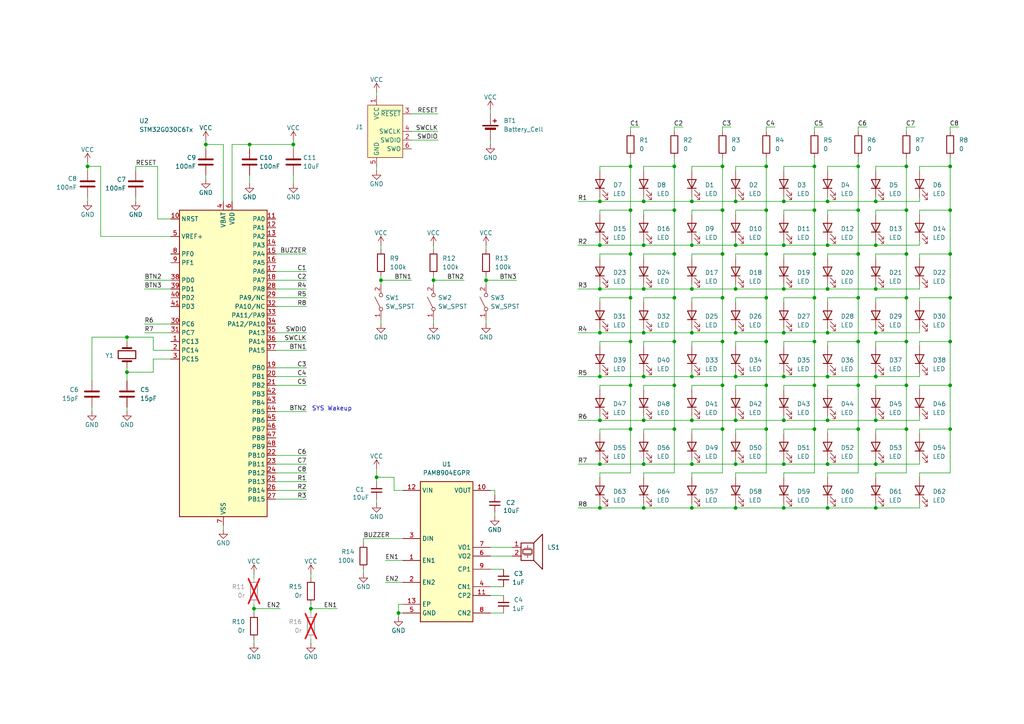
<source format=kicad_sch>
(kicad_sch (version 20231120) (generator "eeschema") (generator_version "8.0")
  (paper "A4")
  (junction (at 248.92 99.06))
  (junction (at 209.55 124.46))
  (junction (at 240.03 71.12))
  (junction (at 236.22 60.96))
  (junction (at 254 58.42))
  (junction (at 236.22 99.06))
  (junction (at 213.36 121.92))
  (junction (at 213.36 109.22))
  (junction (at 90.17 176.53))
  (junction (at 182.88 86.36))
  (junction (at 240.03 109.22))
  (junction (at 213.36 58.42))
  (junction (at 248.92 86.36))
  (junction (at 213.36 134.62))
  (junction (at 115.57 177.8))
  (junction (at 36.83 107.95))
  (junction (at 222.25 124.46))
  (junction (at 182.88 99.06))
  (junction (at 213.36 96.52))
  (junction (at 240.03 121.92))
  (junction (at 227.33 71.12))
  (junction (at 173.99 121.92))
  (junction (at 248.92 60.96))
  (junction (at 173.99 134.62))
  (junction (at 227.33 96.52))
  (junction (at 209.55 48.26))
  (junction (at 110.49 81.28))
  (junction (at 25.4 48.26))
  (junction (at 209.55 86.36))
  (junction (at 262.89 48.26))
  (junction (at 240.03 147.32))
  (junction (at 195.58 99.06))
  (junction (at 236.22 124.46))
  (junction (at 186.69 109.22))
  (junction (at 262.89 73.66))
  (junction (at 222.25 73.66))
  (junction (at 213.36 71.12))
  (junction (at 182.88 60.96))
  (junction (at 36.83 97.79))
  (junction (at 236.22 73.66))
  (junction (at 275.59 86.36))
  (junction (at 222.25 99.06))
  (junction (at 275.59 99.06))
  (junction (at 227.33 147.32))
  (junction (at 262.89 60.96))
  (junction (at 222.25 111.76))
  (junction (at 227.33 58.42))
  (junction (at 59.69 41.91))
  (junction (at 254 121.92))
  (junction (at 72.39 41.91))
  (junction (at 200.66 83.82))
  (junction (at 195.58 73.66))
  (junction (at 209.55 99.06))
  (junction (at 173.99 58.42))
  (junction (at 227.33 109.22))
  (junction (at 186.69 96.52))
  (junction (at 254 147.32))
  (junction (at 275.59 111.76))
  (junction (at 186.69 58.42))
  (junction (at 186.69 83.82))
  (junction (at 248.92 111.76))
  (junction (at 182.88 111.76))
  (junction (at 254 83.82))
  (junction (at 195.58 48.26))
  (junction (at 213.36 83.82))
  (junction (at 125.73 81.28))
  (junction (at 222.25 48.26))
  (junction (at 186.69 121.92))
  (junction (at 236.22 111.76))
  (junction (at 195.58 86.36))
  (junction (at 173.99 83.82))
  (junction (at 173.99 109.22))
  (junction (at 248.92 73.66))
  (junction (at 140.97 81.28))
  (junction (at 209.55 73.66))
  (junction (at 227.33 121.92))
  (junction (at 200.66 134.62))
  (junction (at 262.89 124.46))
  (junction (at 173.99 71.12))
  (junction (at 236.22 48.26))
  (junction (at 236.22 86.36))
  (junction (at 275.59 124.46))
  (junction (at 254 96.52))
  (junction (at 200.66 71.12))
  (junction (at 186.69 134.62))
  (junction (at 262.89 111.76))
  (junction (at 254 109.22))
  (junction (at 173.99 147.32))
  (junction (at 248.92 48.26))
  (junction (at 200.66 58.42))
  (junction (at 209.55 111.76))
  (junction (at 254 134.62))
  (junction (at 248.92 124.46))
  (junction (at 85.09 41.91))
  (junction (at 275.59 60.96))
  (junction (at 73.66 176.53))
  (junction (at 222.25 86.36))
  (junction (at 200.66 109.22))
  (junction (at 195.58 111.76))
  (junction (at 209.55 60.96))
  (junction (at 227.33 134.62))
  (junction (at 200.66 121.92))
  (junction (at 254 71.12))
  (junction (at 240.03 58.42))
  (junction (at 240.03 83.82))
  (junction (at 275.59 73.66))
  (junction (at 182.88 48.26))
  (junction (at 109.22 138.43))
  (junction (at 195.58 60.96))
  (junction (at 182.88 124.46))
  (junction (at 173.99 96.52))
  (junction (at 200.66 147.32))
  (junction (at 213.36 147.32))
  (junction (at 195.58 124.46))
  (junction (at 240.03 134.62))
  (junction (at 262.89 86.36))
  (junction (at 227.33 83.82))
  (junction (at 200.66 96.52))
  (junction (at 240.03 96.52))
  (junction (at 262.89 99.06))
  (junction (at 186.69 147.32))
  (junction (at 186.69 71.12))
  (junction (at 222.25 60.96))
  (junction (at 182.88 73.66))
  (junction (at 275.59 48.26))
  (wire (pts (xy 90.17 175.26) (xy 90.17 176.53)))
  (wire (pts (xy 39.37 49.53) (xy 39.37 48.26)))
  (wire (pts (xy 109.22 48.26) (xy 109.22 49.53)))
  (wire (pts (xy 240.03 62.23) (xy 240.03 60.96)))
  (wire (pts (xy 142.24 177.8) (xy 146.05 177.8)))
  (wire (pts (xy 140.97 71.12) (xy 140.97 72.39)))
  (wire (pts (xy 240.03 137.16) (xy 248.92 137.16)))
  (wire (pts (xy 213.36 96.52) (xy 227.33 96.52)))
  (wire (pts (xy 182.88 86.36) (xy 182.88 99.06)))
  (wire (pts (xy 240.03 120.65) (xy 240.03 121.92)))
  (wire (pts (xy 72.39 43.18) (xy 72.39 41.91)))
  (wire (pts (xy 173.99 124.46) (xy 182.88 124.46)))
  (wire (pts (xy 213.36 82.55) (xy 213.36 83.82)))
  (wire (pts (xy 200.66 96.52) (xy 213.36 96.52)))
  (wire (pts (xy 200.66 87.63) (xy 200.66 86.36)))
  (wire (pts (xy 200.66 86.36) (xy 209.55 86.36)))
  (wire (pts (xy 80.01 99.06) (xy 88.9 99.06)))
  (wire (pts (xy 186.69 57.15) (xy 186.69 58.42)))
  (wire (pts (xy 59.69 40.64) (xy 59.69 41.91)))
  (wire (pts (xy 110.49 71.12) (xy 110.49 72.39)))
  (wire (pts (xy 209.55 111.76) (xy 209.55 124.46)))
  (wire (pts (xy 227.33 96.52) (xy 240.03 96.52)))
  (wire (pts (xy 227.33 134.62) (xy 240.03 134.62)))
  (wire (pts (xy 49.53 104.14) (xy 44.45 104.14)))
  (wire (pts (xy 186.69 73.66) (xy 195.58 73.66)))
  (wire (pts (xy 236.22 45.72) (xy 236.22 48.26)))
  (wire (pts (xy 200.66 74.93) (xy 200.66 73.66)))
  (wire (pts (xy 195.58 45.72) (xy 195.58 48.26)))
  (wire (pts (xy 186.69 113.03) (xy 186.69 111.76)))
  (wire (pts (xy 182.88 99.06) (xy 182.88 111.76)))
  (wire (pts (xy 213.36 109.22) (xy 227.33 109.22)))
  (wire (pts (xy 240.03 48.26) (xy 248.92 48.26)))
  (wire (pts (xy 240.03 48.26) (xy 240.03 49.53)))
  (wire (pts (xy 227.33 87.63) (xy 227.33 86.36)))
  (wire (pts (xy 213.36 74.93) (xy 213.36 73.66)))
  (wire (pts (xy 44.45 101.6) (xy 49.53 101.6)))
  (wire (pts (xy 266.7 100.33) (xy 266.7 99.06)))
  (wire (pts (xy 195.58 73.66) (xy 195.58 86.36)))
  (wire (pts (xy 195.58 124.46) (xy 195.58 137.16)))
  (wire (pts (xy 222.25 36.83) (xy 224.79 36.83)))
  (wire (pts (xy 80.01 73.66) (xy 88.9 73.66)))
  (wire (pts (xy 110.49 81.28) (xy 119.38 81.28)))
  (wire (pts (xy 186.69 121.92) (xy 200.66 121.92)))
  (wire (pts (xy 254 146.05) (xy 254 147.32)))
  (wire (pts (xy 186.69 147.32) (xy 200.66 147.32)))
  (wire (pts (xy 240.03 125.73) (xy 240.03 124.46)))
  (wire (pts (xy 227.33 147.32) (xy 240.03 147.32)))
  (wire (pts (xy 167.64 96.52) (xy 173.99 96.52)))
  (wire (pts (xy 200.66 121.92) (xy 213.36 121.92)))
  (wire (pts (xy 44.45 97.79) (xy 44.45 101.6)))
  (wire (pts (xy 25.4 48.26) (xy 25.4 49.53)))
  (wire (pts (xy 142.24 170.18) (xy 146.05 170.18)))
  (wire (pts (xy 262.89 111.76) (xy 262.89 124.46)))
  (wire (pts (xy 200.66 133.35) (xy 200.66 134.62)))
  (wire (pts (xy 173.99 95.25) (xy 173.99 96.52)))
  (wire (pts (xy 182.88 36.83) (xy 182.88 38.1)))
  (wire (pts (xy 173.99 62.23) (xy 173.99 60.96)))
  (wire (pts (xy 262.89 60.96) (xy 262.89 73.66)))
  (wire (pts (xy 240.03 83.82) (xy 254 83.82)))
  (wire (pts (xy 213.36 99.06) (xy 222.25 99.06)))
  (wire (pts (xy 266.7 107.95) (xy 266.7 109.22)))
  (wire (pts (xy 186.69 125.73) (xy 186.69 124.46)))
  (wire (pts (xy 167.64 58.42) (xy 173.99 58.42)))
  (wire (pts (xy 109.22 26.67) (xy 109.22 27.94)))
  (wire (pts (xy 142.24 31.75) (xy 142.24 33.02)))
  (wire (pts (xy 167.64 83.82) (xy 173.99 83.82)))
  (wire (pts (xy 266.7 99.06) (xy 275.59 99.06)))
  (wire (pts (xy 266.7 62.23) (xy 266.7 60.96)))
  (wire (pts (xy 195.58 111.76) (xy 195.58 124.46)))
  (wire (pts (xy 36.83 97.79) (xy 44.45 97.79)))
  (wire (pts (xy 167.64 147.32) (xy 173.99 147.32)))
  (wire (pts (xy 240.03 121.92) (xy 254 121.92)))
  (wire (pts (xy 173.99 48.26) (xy 182.88 48.26)))
  (wire (pts (xy 275.59 36.83) (xy 278.13 36.83)))
  (wire (pts (xy 209.55 86.36) (xy 209.55 99.06)))
  (wire (pts (xy 213.36 71.12) (xy 227.33 71.12)))
  (wire (pts (xy 200.66 57.15) (xy 200.66 58.42)))
  (wire (pts (xy 248.92 48.26) (xy 248.92 60.96)))
  (wire (pts (xy 266.7 87.63) (xy 266.7 86.36)))
  (wire (pts (xy 213.36 48.26) (xy 222.25 48.26)))
  (wire (pts (xy 41.91 83.82) (xy 49.53 83.82)))
  (wire (pts (xy 275.59 48.26) (xy 275.59 60.96)))
  (wire (pts (xy 240.03 109.22) (xy 254 109.22)))
  (wire (pts (xy 209.55 36.83) (xy 209.55 38.1)))
  (wire (pts (xy 262.89 73.66) (xy 262.89 86.36)))
  (wire (pts (xy 186.69 99.06) (xy 195.58 99.06)))
  (wire (pts (xy 49.53 93.98) (xy 41.91 93.98)))
  (wire (pts (xy 209.55 45.72) (xy 209.55 48.26)))
  (wire (pts (xy 167.64 134.62) (xy 173.99 134.62)))
  (wire (pts (xy 173.99 147.32) (xy 186.69 147.32)))
  (wire (pts (xy 186.69 87.63) (xy 186.69 86.36)))
  (wire (pts (xy 64.77 152.4) (xy 64.77 153.67)))
  (wire (pts (xy 173.99 146.05) (xy 173.99 147.32)))
  (wire (pts (xy 240.03 138.43) (xy 240.03 137.16)))
  (wire (pts (xy 173.99 48.26) (xy 173.99 49.53)))
  (wire (pts (xy 236.22 99.06) (xy 236.22 111.76)))
  (wire (pts (xy 186.69 109.22) (xy 200.66 109.22)))
  (wire (pts (xy 80.01 137.16) (xy 88.9 137.16)))
  (wire (pts (xy 266.7 86.36) (xy 275.59 86.36)))
  (wire (pts (xy 227.33 107.95) (xy 227.33 109.22)))
  (wire (pts (xy 110.49 80.01) (xy 110.49 81.28)))
  (wire (pts (xy 186.69 58.42) (xy 200.66 58.42)))
  (wire (pts (xy 182.88 45.72) (xy 182.88 48.26)))
  (wire (pts (xy 167.64 121.92) (xy 173.99 121.92)))
  (wire (pts (xy 227.33 60.96) (xy 236.22 60.96)))
  (wire (pts (xy 200.66 82.55) (xy 200.66 83.82)))
  (wire (pts (xy 213.36 138.43) (xy 213.36 137.16)))
  (wire (pts (xy 73.66 175.26) (xy 73.66 176.53)))
  (wire (pts (xy 254 87.63) (xy 254 86.36)))
  (wire (pts (xy 227.33 121.92) (xy 240.03 121.92)))
  (wire (pts (xy 173.99 58.42) (xy 186.69 58.42)))
  (wire (pts (xy 200.66 107.95) (xy 200.66 109.22)))
  (wire (pts (xy 39.37 57.15) (xy 39.37 58.42)))
  (wire (pts (xy 186.69 96.52) (xy 200.66 96.52)))
  (wire (pts (xy 275.59 60.96) (xy 275.59 73.66)))
  (wire (pts (xy 266.7 113.03) (xy 266.7 111.76)))
  (wire (pts (xy 254 133.35) (xy 254 134.62)))
  (wire (pts (xy 80.01 88.9) (xy 88.9 88.9)))
  (wire (pts (xy 227.33 71.12) (xy 240.03 71.12)))
  (wire (pts (xy 200.66 58.42) (xy 213.36 58.42)))
  (wire (pts (xy 227.33 125.73) (xy 227.33 124.46)))
  (wire (pts (xy 254 107.95) (xy 254 109.22)))
  (wire (pts (xy 142.24 172.72) (xy 146.05 172.72)))
  (wire (pts (xy 262.89 36.83) (xy 262.89 38.1)))
  (wire (pts (xy 213.36 125.73) (xy 213.36 124.46)))
  (wire (pts (xy 266.7 120.65) (xy 266.7 121.92)))
  (wire (pts (xy 227.33 111.76) (xy 236.22 111.76)))
  (wire (pts (xy 26.67 118.11) (xy 26.67 119.38)))
  (wire (pts (xy 80.01 111.76) (xy 88.9 111.76)))
  (wire (pts (xy 254 48.26) (xy 262.89 48.26)))
  (wire (pts (xy 80.01 78.74) (xy 88.9 78.74)))
  (wire (pts (xy 227.33 100.33) (xy 227.33 99.06)))
  (wire (pts (xy 213.36 83.82) (xy 227.33 83.82)))
  (wire (pts (xy 125.73 80.01) (xy 125.73 81.28)))
  (wire (pts (xy 240.03 73.66) (xy 248.92 73.66)))
  (wire (pts (xy 227.33 58.42) (xy 240.03 58.42)))
  (wire (pts (xy 227.33 99.06) (xy 236.22 99.06)))
  (wire (pts (xy 195.58 60.96) (xy 195.58 73.66)))
  (wire (pts (xy 266.7 124.46) (xy 275.59 124.46)))
  (wire (pts (xy 240.03 113.03) (xy 240.03 111.76)))
  (wire (pts (xy 173.99 60.96) (xy 182.88 60.96)))
  (wire (pts (xy 59.69 50.8) (xy 59.69 52.07)))
  (wire (pts (xy 80.01 142.24) (xy 88.9 142.24)))
  (wire (pts (xy 275.59 73.66) (xy 275.59 86.36)))
  (wire (pts (xy 222.25 86.36) (xy 222.25 99.06)))
  (wire (pts (xy 213.36 73.66) (xy 222.25 73.66)))
  (wire (pts (xy 85.09 43.18) (xy 85.09 41.91)))
  (wire (pts (xy 173.99 109.22) (xy 186.69 109.22)))
  (wire (pts (xy 222.25 73.66) (xy 222.25 86.36)))
  (wire (pts (xy 275.59 86.36) (xy 275.59 99.06)))
  (wire (pts (xy 90.17 176.53) (xy 97.79 176.53)))
  (wire (pts (xy 266.7 125.73) (xy 266.7 124.46)))
  (wire (pts (xy 240.03 82.55) (xy 240.03 83.82)))
  (wire (pts (xy 200.66 120.65) (xy 200.66 121.92)))
  (wire (pts (xy 173.99 57.15) (xy 173.99 58.42)))
  (wire (pts (xy 41.91 81.28) (xy 49.53 81.28)))
  (wire (pts (xy 186.69 60.96) (xy 195.58 60.96)))
  (wire (pts (xy 173.99 86.36) (xy 182.88 86.36)))
  (wire (pts (xy 248.92 86.36) (xy 248.92 99.06)))
  (wire (pts (xy 182.88 48.26) (xy 182.88 60.96)))
  (wire (pts (xy 182.88 111.76) (xy 182.88 124.46)))
  (wire (pts (xy 115.57 175.26) (xy 115.57 177.8)))
  (wire (pts (xy 186.69 137.16) (xy 195.58 137.16)))
  (wire (pts (xy 266.7 95.25) (xy 266.7 96.52)))
  (wire (pts (xy 266.7 137.16) (xy 275.59 137.16)))
  (wire (pts (xy 114.3 142.24) (xy 116.84 142.24)))
  (wire (pts (xy 44.45 104.14) (xy 44.45 107.95)))
  (wire (pts (xy 142.24 40.64) (xy 142.24 41.91)))
  (wire (pts (xy 173.99 134.62) (xy 186.69 134.62)))
  (wire (pts (xy 173.99 83.82) (xy 186.69 83.82)))
  (wire (pts (xy 254 147.32) (xy 266.7 147.32)))
  (wire (pts (xy 254 120.65) (xy 254 121.92)))
  (wire (pts (xy 85.09 40.64) (xy 85.09 41.91)))
  (wire (pts (xy 186.69 100.33) (xy 186.69 99.06)))
  (wire (pts (xy 110.49 81.28) (xy 110.49 82.55)))
  (wire (pts (xy 248.92 124.46) (xy 248.92 137.16)))
  (wire (pts (xy 114.3 138.43) (xy 114.3 142.24)))
  (wire (pts (xy 209.55 124.46) (xy 209.55 137.16)))
  (wire (pts (xy 254 95.25) (xy 254 96.52)))
  (wire (pts (xy 200.66 111.76) (xy 209.55 111.76)))
  (wire (pts (xy 213.36 57.15) (xy 213.36 58.42)))
  (wire (pts (xy 213.36 58.42) (xy 227.33 58.42)))
  (wire (pts (xy 111.76 168.91) (xy 116.84 168.91)))
  (wire (pts (xy 213.36 111.76) (xy 222.25 111.76)))
  (wire (pts (xy 262.89 45.72) (xy 262.89 48.26)))
  (wire (pts (xy 200.66 60.96) (xy 209.55 60.96)))
  (wire (pts (xy 186.69 120.65) (xy 186.69 121.92)))
  (wire (pts (xy 80.01 139.7) (xy 88.9 139.7)))
  (wire (pts (xy 236.22 36.83) (xy 238.76 36.83)))
  (wire (pts (xy 213.36 146.05) (xy 213.36 147.32)))
  (wire (pts (xy 266.7 133.35) (xy 266.7 134.62)))
  (wire (pts (xy 125.73 92.71) (xy 125.73 93.98)))
  (wire (pts (xy 213.36 137.16) (xy 222.25 137.16)))
  (wire (pts (xy 240.03 107.95) (xy 240.03 109.22)))
  (wire (pts (xy 227.33 48.26) (xy 236.22 48.26)))
  (wire (pts (xy 105.41 156.21) (xy 105.41 157.48)))
  (wire (pts (xy 209.55 99.06) (xy 209.55 111.76)))
  (wire (pts (xy 186.69 48.26) (xy 186.69 49.53)))
  (wire (pts (xy 29.21 68.58) (xy 29.21 48.26)))
  (wire (pts (xy 195.58 99.06) (xy 195.58 111.76)))
  (wire (pts (xy 262.89 99.06) (xy 262.89 111.76)))
  (wire (pts (xy 140.97 80.01) (xy 140.97 81.28)))
  (wire (pts (xy 116.84 175.26) (xy 115.57 175.26)))
  (wire (pts (xy 186.69 124.46) (xy 195.58 124.46)))
  (wire (pts (xy 186.69 138.43) (xy 186.69 137.16)))
  (wire (pts (xy 173.99 121.92) (xy 186.69 121.92)))
  (wire (pts (xy 248.92 36.83) (xy 248.92 38.1)))
  (wire (pts (xy 266.7 57.15) (xy 266.7 58.42)))
  (wire (pts (xy 227.33 83.82) (xy 240.03 83.82)))
  (wire (pts (xy 222.25 99.06) (xy 222.25 111.76)))
  (wire (pts (xy 227.33 69.85) (xy 227.33 71.12)))
  (wire (pts (xy 36.83 110.49) (xy 36.83 107.95)))
  (wire (pts (xy 186.69 95.25) (xy 186.69 96.52)))
  (wire (pts (xy 227.33 120.65) (xy 227.33 121.92)))
  (wire (pts (xy 240.03 60.96) (xy 248.92 60.96)))
  (wire (pts (xy 236.22 124.46) (xy 236.22 137.16)))
  (wire (pts (xy 73.66 185.42) (xy 73.66 186.69)))
  (wire (pts (xy 173.99 137.16) (xy 182.88 137.16)))
  (wire (pts (xy 173.99 107.95) (xy 173.99 109.22)))
  (wire (pts (xy 254 134.62) (xy 266.7 134.62)))
  (wire (pts (xy 186.69 133.35) (xy 186.69 134.62)))
  (wire (pts (xy 173.99 113.03) (xy 173.99 111.76)))
  (wire (pts (xy 72.39 50.8) (xy 72.39 53.34)))
  (wire (pts (xy 173.99 74.93) (xy 173.99 73.66)))
  (wire (pts (xy 186.69 69.85) (xy 186.69 71.12)))
  (wire (pts (xy 275.59 36.83) (xy 275.59 38.1)))
  (wire (pts (xy 266.7 48.26) (xy 266.7 49.53)))
  (wire (pts (xy 49.53 96.52) (xy 41.91 96.52)))
  (wire (pts (xy 173.99 96.52) (xy 186.69 96.52)))
  (wire (pts (xy 240.03 86.36) (xy 248.92 86.36)))
  (wire (pts (xy 73.66 166.37) (xy 73.66 167.64)))
  (wire (pts (xy 275.59 99.06) (xy 275.59 111.76)))
  (wire (pts (xy 254 121.92) (xy 266.7 121.92)))
  (wire (pts (xy 186.69 74.93) (xy 186.69 73.66)))
  (wire (pts (xy 275.59 124.46) (xy 275.59 137.16)))
  (wire (pts (xy 213.36 48.26) (xy 213.36 49.53)))
  (wire (pts (xy 36.83 97.79) (xy 26.67 97.79)))
  (wire (pts (xy 186.69 107.95) (xy 186.69 109.22)))
  (wire (pts (xy 200.66 95.25) (xy 200.66 96.52)))
  (wire (pts (xy 262.89 48.26) (xy 262.89 60.96)))
  (wire (pts (xy 111.76 162.56) (xy 116.84 162.56)))
  (wire (pts (xy 266.7 146.05) (xy 266.7 147.32)))
  (wire (pts (xy 240.03 87.63) (xy 240.03 86.36)))
  (wire (pts (xy 105.41 165.1) (xy 105.41 166.37)))
  (wire (pts (xy 64.77 41.91) (xy 59.69 41.91)))
  (wire (pts (xy 227.33 73.66) (xy 236.22 73.66)))
  (wire (pts (xy 182.88 36.83) (xy 185.42 36.83)))
  (wire (pts (xy 200.66 62.23) (xy 200.66 60.96)))
  (wire (pts (xy 125.73 81.28) (xy 125.73 82.55)))
  (wire (pts (xy 140.97 81.28) (xy 140.97 82.55)))
  (wire (pts (xy 119.38 33.02) (xy 127 33.02)))
  (wire (pts (xy 167.64 71.12) (xy 173.99 71.12)))
  (wire (pts (xy 142.24 165.1) (xy 146.05 165.1)))
  (wire (pts (xy 142.24 142.24) (xy 143.51 142.24)))
  (wire (pts (xy 262.89 124.46) (xy 262.89 137.16)))
  (wire (pts (xy 140.97 81.28) (xy 149.86 81.28)))
  (wire (pts (xy 200.66 48.26) (xy 200.66 49.53)))
  (wire (pts (xy 227.33 95.25) (xy 227.33 96.52)))
  (wire (pts (xy 254 99.06) (xy 262.89 99.06)))
  (wire (pts (xy 80.01 144.78) (xy 88.9 144.78)))
  (wire (pts (xy 80.01 134.62) (xy 88.9 134.62)))
  (wire (pts (xy 227.33 62.23) (xy 227.33 60.96)))
  (wire (pts (xy 254 57.15) (xy 254 58.42)))
  (wire (pts (xy 186.69 111.76) (xy 195.58 111.76)))
  (wire (pts (xy 213.36 107.95) (xy 213.36 109.22)))
  (wire (pts (xy 240.03 134.62) (xy 254 134.62)))
  (wire (pts (xy 213.36 113.03) (xy 213.36 111.76)))
  (wire (pts (xy 119.38 40.64) (xy 127 40.64)))
  (wire (pts (xy 90.17 166.37) (xy 90.17 167.64)))
  (wire (pts (xy 115.57 177.8) (xy 115.57 179.07)))
  (wire (pts (xy 73.66 176.53) (xy 81.28 176.53)))
  (wire (pts (xy 213.36 134.62) (xy 227.33 134.62)))
  (wire (pts (xy 254 83.82) (xy 266.7 83.82)))
  (wire (pts (xy 236.22 60.96) (xy 236.22 73.66)))
  (wire (pts (xy 25.4 57.15) (xy 25.4 58.42)))
  (wire (pts (xy 254 69.85) (xy 254 71.12)))
  (wire (pts (xy 200.66 71.12) (xy 213.36 71.12)))
  (wire (pts (xy 266.7 60.96) (xy 275.59 60.96)))
  (wire (pts (xy 195.58 48.26) (xy 195.58 60.96)))
  (wire (pts (xy 80.01 83.82) (xy 88.9 83.82)))
  (wire (pts (xy 275.59 45.72) (xy 275.59 48.26)))
  (wire (pts (xy 200.66 147.32) (xy 213.36 147.32)))
  (wire (pts (xy 240.03 96.52) (xy 254 96.52)))
  (wire (pts (xy 248.92 45.72) (xy 248.92 48.26)))
  (wire (pts (xy 195.58 86.36) (xy 195.58 99.06)))
  (wire (pts (xy 200.66 146.05) (xy 200.66 147.32)))
  (wire (pts (xy 254 48.26) (xy 254 49.53)))
  (wire (pts (xy 80.01 86.36) (xy 88.9 86.36)))
  (wire (pts (xy 173.99 111.76) (xy 182.88 111.76)))
  (wire (pts (xy 262.89 86.36) (xy 262.89 99.06)))
  (wire (pts (xy 222.25 111.76) (xy 222.25 124.46)))
  (wire (pts (xy 254 60.96) (xy 262.89 60.96)))
  (wire (pts (xy 254 138.43) (xy 254 137.16)))
  (wire (pts (xy 266.7 138.43) (xy 266.7 137.16)))
  (wire (pts (xy 200.66 83.82) (xy 213.36 83.82)))
  (wire (pts (xy 213.36 100.33) (xy 213.36 99.06)))
  (wire (pts (xy 182.88 60.96) (xy 182.88 73.66)))
  (wire (pts (xy 227.33 82.55) (xy 227.33 83.82)))
  (wire (pts (xy 266.7 111.76) (xy 275.59 111.76)))
  (wire (pts (xy 195.58 36.83) (xy 195.58 38.1)))
  (wire (pts (xy 213.36 133.35) (xy 213.36 134.62)))
  (wire (pts (xy 59.69 41.91) (xy 59.69 43.18)))
  (wire (pts (xy 222.25 124.46) (xy 222.25 137.16)))
  (wire (pts (xy 125.73 81.28) (xy 134.62 81.28)))
  (wire (pts (xy 213.36 60.96) (xy 222.25 60.96)))
  (wire (pts (xy 213.36 87.63) (xy 213.36 86.36)))
  (wire (pts (xy 227.33 146.05) (xy 227.33 147.32)))
  (wire (pts (xy 213.36 95.25) (xy 213.36 96.52)))
  (wire (pts (xy 227.33 133.35) (xy 227.33 134.62)))
  (wire (pts (xy 236.22 86.36) (xy 236.22 99.06)))
  (wire (pts (xy 200.66 134.62) (xy 213.36 134.62)))
  (wire (pts (xy 143.51 142.24) (xy 143.51 143.51)))
  (wire (pts (xy 45.72 48.26) (xy 45.72 63.5)))
  (wire (pts (xy 140.97 92.71) (xy 140.97 93.98)))
  (wire (pts (xy 275.59 111.76) (xy 275.59 124.46)))
  (wire (pts (xy 186.69 134.62) (xy 200.66 134.62)))
  (wire (pts (xy 227.33 113.03) (xy 227.33 111.76)))
  (wire (pts (xy 236.22 48.26) (xy 236.22 60.96)))
  (wire (pts (xy 213.36 120.65) (xy 213.36 121.92)))
  (wire (pts (xy 266.7 74.93) (xy 266.7 73.66)))
  (wire (pts (xy 240.03 69.85) (xy 240.03 71.12)))
  (wire (pts (xy 173.99 99.06) (xy 182.88 99.06)))
  (wire (pts (xy 39.37 48.26) (xy 45.72 48.26)))
  (wire (pts (xy 227.33 109.22) (xy 240.03 109.22)))
  (wire (pts (xy 200.66 137.16) (xy 209.55 137.16)))
  (wire (pts (xy 213.36 147.32) (xy 227.33 147.32)))
  (wire (pts (xy 109.22 138.43) (xy 114.3 138.43)))
  (wire (pts (xy 236.22 36.83) (xy 236.22 38.1)))
  (wire (pts (xy 64.77 41.91) (xy 64.77 58.42)))
  (wire (pts (xy 26.67 97.79) (xy 26.67 110.49)))
  (wire (pts (xy 236.22 73.66) (xy 236.22 86.36)))
  (wire (pts (xy 227.33 48.26) (xy 227.33 49.53)))
  (wire (pts (xy 213.36 121.92) (xy 227.33 121.92)))
  (wire (pts (xy 105.41 156.21) (xy 116.84 156.21)))
  (wire (pts (xy 44.45 107.95) (xy 36.83 107.95)))
  (wire (pts (xy 222.25 48.26) (xy 222.25 60.96)))
  (wire (pts (xy 80.01 106.68) (xy 88.9 106.68)))
  (wire (pts (xy 254 113.03) (xy 254 111.76)))
  (wire (pts (xy 167.64 109.22) (xy 173.99 109.22)))
  (wire (pts (xy 227.33 138.43) (xy 227.33 137.16)))
  (wire (pts (xy 254 125.73) (xy 254 124.46)))
  (wire (pts (xy 186.69 82.55) (xy 186.69 83.82)))
  (wire (pts (xy 200.66 48.26) (xy 209.55 48.26)))
  (wire (pts (xy 36.83 99.06) (xy 36.83 97.79)))
  (wire (pts (xy 254 100.33) (xy 254 99.06)))
  (wire (pts (xy 209.55 48.26) (xy 209.55 60.96)))
  (wire (pts (xy 195.58 36.83) (xy 198.12 36.83)))
  (wire (pts (xy 142.24 161.29) (xy 148.59 161.29)))
  (wire (pts (xy 200.66 125.73) (xy 200.66 124.46)))
  (wire (pts (xy 227.33 124.46) (xy 236.22 124.46)))
  (wire (pts (xy 240.03 58.42) (xy 254 58.42)))
  (wire (pts (xy 110.49 92.71) (xy 110.49 93.98)))
  (wire (pts (xy 266.7 73.66) (xy 275.59 73.66)))
  (wire (pts (xy 227.33 74.93) (xy 227.33 73.66)))
  (wire (pts (xy 240.03 74.93) (xy 240.03 73.66)))
  (wire (pts (xy 173.99 133.35) (xy 173.99 134.62)))
  (wire (pts (xy 90.17 176.53) (xy 90.17 177.8)))
  (wire (pts (xy 254 111.76) (xy 262.89 111.76)))
  (wire (pts (xy 213.36 69.85) (xy 213.36 71.12)))
  (wire (pts (xy 173.99 120.65) (xy 173.99 121.92)))
  (wire (pts (xy 182.88 124.46) (xy 182.88 137.16)))
  (wire (pts (xy 262.89 36.83) (xy 265.43 36.83)))
  (wire (pts (xy 254 96.52) (xy 266.7 96.52)))
  (wire (pts (xy 173.99 87.63) (xy 173.99 86.36)))
  (wire (pts (xy 222.25 60.96) (xy 222.25 73.66)))
  (wire (pts (xy 80.01 101.6) (xy 88.9 101.6)))
  (wire (pts (xy 248.92 111.76) (xy 248.92 124.46)))
  (wire (pts (xy 143.51 148.59) (xy 143.51 149.86)))
  (wire (pts (xy 45.72 63.5) (xy 49.53 63.5)))
  (wire (pts (xy 186.69 71.12) (xy 200.66 71.12)))
  (wire (pts (xy 80.01 109.22) (xy 88.9 109.22)))
  (wire (pts (xy 240.03 111.76) (xy 248.92 111.76)))
  (wire (pts (xy 173.99 71.12) (xy 186.69 71.12)))
  (wire (pts (xy 266.7 82.55) (xy 266.7 83.82)))
  (wire (pts (xy 36.83 118.11) (xy 36.83 119.38)))
  (wire (pts (xy 240.03 95.25) (xy 240.03 96.52)))
  (wire (pts (xy 213.36 62.23) (xy 213.36 60.96)))
  (wire (pts (xy 209.55 36.83) (xy 212.09 36.83)))
  (wire (pts (xy 248.92 73.66) (xy 248.92 86.36)))
  (wire (pts (xy 200.66 100.33) (xy 200.66 99.06)))
  (wire (pts (xy 248.92 36.83) (xy 251.46 36.83)))
  (wire (pts (xy 254 73.66) (xy 262.89 73.66)))
  (wire (pts (xy 240.03 146.05) (xy 240.03 147.32)))
  (wire (pts (xy 119.38 38.1) (xy 127 38.1)))
  (wire (pts (xy 29.21 48.26) (xy 25.4 48.26)))
  (wire (pts (xy 25.4 46.99) (xy 25.4 48.26)))
  (wire (pts (xy 240.03 57.15) (xy 240.03 58.42)))
  (wire (pts (xy 200.66 138.43) (xy 200.66 137.16)))
  (wire (pts (xy 227.33 57.15) (xy 227.33 58.42)))
  (wire (pts (xy 200.66 69.85) (xy 200.66 71.12)))
  (wire (pts (xy 200.66 73.66) (xy 209.55 73.66)))
  (wire (pts (xy 200.66 99.06) (xy 209.55 99.06)))
  (wire (pts (xy 240.03 71.12) (xy 254 71.12)))
  (wire (pts (xy 173.99 69.85) (xy 173.99 71.12)))
  (wire (pts (xy 236.22 111.76) (xy 236.22 124.46)))
  (wire (pts (xy 266.7 48.26) (xy 275.59 48.26)))
  (wire (pts (xy 80.01 96.52) (xy 88.9 96.52)))
  (wire (pts (xy 49.53 68.58) (xy 29.21 68.58)))
  (wire (pts (xy 173.99 138.43) (xy 173.99 137.16)))
  (wire (pts (xy 227.33 86.36) (xy 236.22 86.36)))
  (wire (pts (xy 182.88 73.66) (xy 182.88 86.36)))
  (wire (pts (xy 109.22 135.89) (xy 109.22 138.43)))
  (wire (pts (xy 67.31 41.91) (xy 67.31 58.42)))
  (wire (pts (xy 173.99 82.55) (xy 173.99 83.82)))
  (wire (pts (xy 173.99 73.66) (xy 182.88 73.66)))
  (wire (pts (xy 254 62.23) (xy 254 60.96)))
  (wire (pts (xy 85.09 41.91) (xy 72.39 41.91)))
  (wire (pts (xy 240.03 124.46) (xy 248.92 124.46)))
  (wire (pts (xy 222.25 36.83) (xy 222.25 38.1)))
  (wire (pts (xy 227.33 137.16) (xy 236.22 137.16)))
  (wire (pts (xy 186.69 146.05) (xy 186.69 147.32)))
  (wire (pts (xy 88.9 119.38) (xy 80.01 119.38)))
  (wire (pts (xy 115.57 177.8) (xy 116.84 177.8)))
  (wire (pts (xy 213.36 124.46) (xy 222.25 124.46)))
  (wire (pts (xy 36.83 107.95) (xy 36.83 106.68)))
  (wire (pts (xy 200.66 109.22) (xy 213.36 109.22)))
  (wire (pts (xy 266.7 69.85) (xy 266.7 71.12)))
  (wire (pts (xy 248.92 99.06) (xy 248.92 111.76)))
  (wire (pts (xy 240.03 99.06) (xy 248.92 99.06)))
  (wire (pts (xy 142.24 158.75) (xy 148.59 158.75)))
  (wire (pts (xy 200.66 113.03) (xy 200.66 111.76)))
  (wire (pts (xy 186.69 62.23) (xy 186.69 60.96)))
  (wire (pts (xy 254 109.22) (xy 266.7 109.22)))
  (wire (pts (xy 209.55 73.66) (xy 209.55 86.36)))
  (wire (pts (xy 186.69 83.82) (xy 200.66 83.82)))
  (wire (pts (xy 200.66 124.46) (xy 209.55 124.46)))
  (wire (pts (xy 73.66 176.53) (xy 73.66 177.8)))
  (wire (pts (xy 80.01 81.28) (xy 88.9 81.28)))
  (wire (pts (xy 90.17 185.42) (xy 90.17 186.69)))
  (wire (pts (xy 125.73 71.12) (xy 125.73 72.39)))
  (wire (pts (xy 254 58.42) (xy 266.7 58.42)))
  (wire (pts (xy 186.69 86.36) (xy 195.58 86.36)))
  (wire (pts (xy 240.03 100.33) (xy 240.03 99.06)))
  (wire (pts (xy 209.55 60.96) (xy 209.55 73.66)))
  (wire (pts (xy 240.03 147.32) (xy 254 147.32)))
  (wire (pts (xy 173.99 100.33) (xy 173.99 99.06)))
  (wire (pts (xy 109.22 139.7) (xy 109.22 138.43)))
  (wire (pts (xy 72.39 41.91) (xy 67.31 41.91)))
  (wire (pts (xy 248.92 60.96) (xy 248.92 73.66)))
  (wire (pts (xy 254 124.46) (xy 262.89 124.46)))
  (wire (pts (xy 222.25 45.72) (xy 222.25 48.26)))
  (wire (pts (xy 254 71.12) (xy 266.7 71.12)))
  (wire (pts (xy 213.36 86.36) (xy 222.25 86.36)))
  (wire (pts (xy 85.09 50.8) (xy 85.09 53.34)))
  (wire (pts (xy 254 82.55) (xy 254 83.82)))
  (wire (pts (xy 186.69 48.26) (xy 195.58 48.26)))
  (wire (pts (xy 254 86.36) (xy 262.89 86.36)))
  (wire (pts (xy 254 74.93) (xy 254 73.66)))
  (wire (pts (xy 109.22 144.78) (xy 109.22 146.05)))
  (wire (pts (xy 80.01 132.08) (xy 88.9 132.08)))
  (wire (pts (xy 240.03 133.35) (xy 240.03 134.62)))
  (wire (pts (xy 254 137.16) (xy 262.89 137.16)))
  (wire (pts (xy 173.99 125.73) (xy 173.99 124.46)))
  (text "SYS Wakeup" (at 96.266 118.618 0) (effects (font (size 1.27 1.27))))
  (label "R5" (at 167.64 109.22 0))
  (label "RESET" (at 127 33.02 180))
  (label "C5" (at 238.76 36.83 180))
  (label "R6" (at 167.64 121.92 0))
  (label "BTN1" (at 88.9 101.6 180))
  (label "BTN2" (at 88.9 119.38 180))
  (label "BTN2" (at 41.91 81.28 0))
  (label "EN1" (at 111.76 162.56 0))
  (label "R1" (at 167.64 58.42 0))
  (label "EN1" (at 97.79 176.53 180))
  (label "C2" (at 198.12 36.83 180))
  (label "C7" (at 265.43 36.83 180))
  (label "R1" (at 88.9 139.7 180))
  (label "R3" (at 167.64 83.82 0))
  (label "EN2" (at 81.28 176.53 180))
  (label "BTN1" (at 119.38 81.28 180))
  (label "BUZZER" (at 88.9 73.66 180))
  (label "BTN2" (at 134.62 81.28 180))
  (label "R3" (at 88.9 144.78 180))
  (label "R2" (at 167.64 71.12 0))
  (label "SWCLK" (at 88.9 99.06 180))
  (label "C8" (at 278.13 36.83 180))
  (label "BTN3" (at 149.86 81.28 180))
  (label "SWDIO" (at 127 40.64 180))
  (label "C7" (at 88.9 134.62 180))
  (label "R4" (at 167.64 96.52 0))
  (label "R8" (at 88.9 88.9 180))
  (label "R2" (at 88.9 142.24 180))
  (label "C8" (at 88.9 137.16 180))
  (label "BUZZER" (at 105.41 156.21 0))
  (label "BTN3" (at 41.91 83.82 0))
  (label "C6" (at 88.9 132.08 180))
  (label "R7" (at 41.91 96.52 0))
  (label "C4" (at 88.9 109.22 180))
  (label "C1" (at 185.42 36.83 180))
  (label "C1" (at 88.9 78.74 180))
  (label "RESET" (at 39.37 48.26 0))
  (label "R5" (at 88.9 86.36 180))
  (label "R7" (at 167.64 134.62 0))
  (label "R8" (at 167.64 147.32 0))
  (label "SWCLK" (at 127 38.1 180))
  (label "C3" (at 212.09 36.83 180))
  (label "C6" (at 251.46 36.83 180))
  (label "C5" (at 88.9 111.76 180))
  (label "C4" (at 224.79 36.83 180))
  (label "R6" (at 41.91 93.98 0))
  (label "C3" (at 88.9 106.68 180))
  (label "SWDIO" (at 88.9 96.52 180))
  (label "EN2" (at 111.76 168.91 0))
  (label "C2" (at 88.9 81.28 180))
  (label "R4" (at 88.9 83.82 180))
  (symbol (lib_id "Device:LED") (at 227.33 78.74 90) (unit 1)
    (property "Reference" "D19" (at 231.14 79.0574 90) (effects (justify right)))
    (property "Value" "LED" (at 231.14 81.5974 90) (effects (justify right)))
    (property "Footprint" "LED_SMD:LED_0805_2012Metric" (effects (hide yes)))
    (property "Description" "Light emitting diode" (effects (hide yes)))
  )
  (symbol (lib_id "power:VCC") (at 25.4 46.99 0) (unit 1)
    (property "Reference" "#PWR02" (effects (hide yes)))
    (property "Value" "VCC" (at 25.4 43.434 0))
    (property "Description" "Power symbol creates a global label with name \"VCC\"" (effects (hide yes)))
  )
  (symbol (lib_id "power:GND") (at 109.22 49.53 0) (unit 1)
    (property "Reference" "#PWR011" (effects (hide yes)))
    (property "Value" "GND" (at 109.22 53.34 0))
  )
  (symbol (lib_id "power:GND") (at 140.97 93.98 0) (unit 1)
    (property "Reference" "#PWR018" (effects (hide yes)))
    (property "Value" "GND" (at 140.97 97.79 0))
  )
  (symbol (lib_id "Device:LED") (at 266.7 142.24 90) (unit 1)
    (property "Reference" "D62" (at 270.51 142.5574 90) (effects (justify right)))
    (property "Value" "LED" (at 270.51 145.0974 90) (effects (justify right)))
    (property "Footprint" "LED_SMD:LED_0805_2012Metric" (effects (hide yes)))
    (property "Description" "Light emitting diode" (effects (hide yes)))
  )
  (symbol (lib_id "power:VCC") (at 73.66 166.37 0) (unit 1)
    (property "Reference" "#PWR013" (effects (hide yes)))
    (property "Value" "VCC" (at 73.66 162.814 0))
    (property "Description" "Power symbol creates a global label with name \"VCC\"" (effects (hide yes)))
  )
  (symbol (lib_id "Device:LED") (at 200.66 129.54 90) (unit 1)
    (property "Reference" "D49" (at 204.47 129.8574 90) (effects (justify right)))
    (property "Value" "LED" (at 204.47 132.3974 90) (effects (justify right)))
    (property "Footprint" "LED_SMD:LED_0805_2012Metric" (effects (hide yes)))
    (property "Description" "Light emitting diode" (effects (hide yes)))
  )
  (symbol (lib_id "Device:R") (at 90.17 171.45 0) (mirror y) (unit 1)
    (property "Reference" "R15" (at 87.63 170.1799 0) (effects (justify left)))
    (property "Value" "0r" (at 87.63 172.7199 0) (effects (justify left)))
    (property "Footprint" "Resistor_SMD:R_0402_1005Metric" (effects (hide yes)))
    (property "Description" "Resistor" (effects (hide yes)))
  )
  (symbol (lib_id "Device:LED") (at 254 53.34 90) (unit 1)
    (property "Reference" "D5" (at 257.81 53.6574 90) (effects (justify right)))
    (property "Value" "LED" (at 257.81 56.1974 90) (effects (justify right)))
    (property "Footprint" "LED_SMD:LED_0805_2012Metric" (effects (hide yes)))
    (property "Description" "Light emitting diode" (effects (hide yes)))
  )
  (symbol (lib_id "Device:LED") (at 266.7 104.14 90) (unit 1)
    (property "Reference" "D38" (at 270.51 104.4574 90) (effects (justify right)))
    (property "Value" "LED" (at 270.51 106.9974 90) (effects (justify right)))
    (property "Footprint" "LED_SMD:LED_0805_2012Metric" (effects (hide yes)))
    (property "Description" "Light emitting diode" (effects (hide yes)))
  )
  (symbol (lib_id "Device:R") (at 275.59 41.91 0) (unit 1)
    (property "Reference" "R8" (at 278.13 40.6399 0) (effects (justify left)))
    (property "Value" "0" (at 278.13 43.1799 0) (effects (justify left)))
    (property "Footprint" "Resistor_SMD:R_0402_1005Metric" (effects (hide yes)))
    (property "Description" "Resistor" (effects (hide yes)))
  )
  (symbol (lib_id "Device:C") (at 26.67 114.3 0) (mirror y) (unit 1)
    (property "Reference" "C6" (at 22.86 113.0299 0) (effects (justify left)))
    (property "Value" "15pF" (at 22.86 115.5699 0) (effects (justify left)))
    (property "Footprint" "Capacitor_SMD:C_0402_1005Metric" (effects (hide yes)))
    (property "Description" "Unpolarized capacitor" (effects (hide yes)))
  )
  (symbol (lib_id "Switch:SW_SPST") (at 110.49 87.63 90) (unit 1)
    (property "Reference" "SW1" (at 111.76 86.3599 90) (effects (justify right)))
    (property "Value" "SW_SPST" (at 111.76 88.8999 90) (effects (justify right)))
    (property "Footprint" "EN_Designs-Footprints:KH-6X6X5H-STM" (effects (hide yes)))
    (property "Description" "Single Pole Single Throw (SPST) switch" (effects (hide yes)))
  )
  (symbol (lib_id "Device:C_Small") (at 143.51 146.05 0) (mirror x) (unit 1)
    (property "Reference" "C2" (at 148.082 145.796 0))
    (property "Value" "10uF" (at 148.336 148.082 0))
    (property "Footprint" "Capacitor_SMD:C_0603_1608Metric" (effects (hide yes)))
    (property "Description" "Unpolarized capacitor, small symbol" (effects (hide yes)))
    (property "Voltage" "10V" (effects (hide yes)))
    (property "V" "16V" (effects (hide yes)))
  )
  (symbol (lib_id "Device:LED") (at 186.69 142.24 90) (unit 1)
    (property "Reference" "D64" (at 190.5 142.5574 90) (effects (justify right)))
    (property "Value" "LED" (at 190.5 145.0974 90) (effects (justify right)))
    (property "Footprint" "LED_SMD:LED_0805_2012Metric" (effects (hide yes)))
    (property "Description" "Light emitting diode" (effects (hide yes)))
  )
  (symbol (lib_id "Device:LED") (at 200.66 91.44 90) (unit 1)
    (property "Reference" "D25" (at 204.47 91.7574 90) (effects (justify right)))
    (property "Value" "LED" (at 204.47 94.2974 90) (effects (justify right)))
    (property "Footprint" "LED_SMD:LED_0805_2012Metric" (effects (hide yes)))
    (property "Description" "Light emitting diode" (effects (hide yes)))
  )
  (symbol (lib_id "Device:LED") (at 213.36 129.54 90) (unit 1)
    (property "Reference" "D50" (at 217.17 129.8574 90) (effects (justify right)))
    (property "Value" "LED" (at 217.17 132.3974 90) (effects (justify right)))
    (property "Footprint" "LED_SMD:LED_0805_2012Metric" (effects (hide yes)))
    (property "Description" "Light emitting diode" (effects (hide yes)))
  )
  (symbol (lib_id "Device:LED") (at 213.36 66.04 90) (unit 1)
    (property "Reference" "D10" (at 217.17 66.3574 90) (effects (justify right)))
    (property "Value" "LED" (at 217.17 68.8974 90) (effects (justify right)))
    (property "Footprint" "LED_SMD:LED_0805_2012Metric" (effects (hide yes)))
    (property "Description" "Light emitting diode" (effects (hide yes)))
  )
  (symbol (lib_id "power:VCC") (at 142.24 31.75 0) (unit 1)
    (property "Reference" "#PWR027" (effects (hide yes)))
    (property "Value" "VCC" (at 142.24 28.194 0))
    (property "Description" "Power symbol creates a global label with name \"VCC\"" (effects (hide yes)))
  )
  (symbol (lib_id "Device:LED") (at 186.69 116.84 90) (unit 1)
    (property "Reference" "D48" (at 190.5 117.1574 90) (effects (justify right)))
    (property "Value" "LED" (at 190.5 119.6974 90) (effects (justify right)))
    (property "Footprint" "LED_SMD:LED_0805_2012Metric" (effects (hide yes)))
    (property "Description" "Light emitting diode" (effects (hide yes)))
  )
  (symbol (lib_id "Device:LED") (at 173.99 66.04 90) (unit 1)
    (property "Reference" "D15" (at 177.8 66.3574 90) (effects (justify right)))
    (property "Value" "LED" (at 177.8 68.8974 90) (effects (justify right)))
    (property "Footprint" "LED_SMD:LED_0805_2012Metric" (effects (hide yes)))
    (property "Description" "Light emitting diode" (effects (hide yes)))
  )
  (symbol (lib_id "Device:C") (at 85.09 46.99 0) (unit 1)
    (property "Reference" "C11" (at 87.884 45.72 0) (effects (justify left)))
    (property "Value" "10uF" (at 87.884 48.26 0) (effects (justify left)))
    (property "Footprint" "Capacitor_SMD:C_0603_1608Metric" (effects (hide yes)))
    (property "Description" "Unpolarized capacitor" (effects (hide yes)))
  )
  (symbol (lib_id "Device:C_Small") (at 146.05 167.64 0) (mirror x) (unit 1)
    (property "Reference" "C3" (at 150.368 166.37 0))
    (property "Value" "1uF" (at 150.368 168.91 0))
    (property "Footprint" "Capacitor_SMD:C_0603_1608Metric" (effects (hide yes)))
    (property "Description" "Unpolarized capacitor, small symbol" (effects (hide yes)))
    (property "Voltage" "10V" (effects (hide yes)))
  )
  (symbol (lib_id "Device:R") (at 182.88 41.91 0) (unit 1)
    (property "Reference" "R1" (at 185.42 40.6399 0) (effects (justify left)))
    (property "Value" "0" (at 185.42 43.1799 0) (effects (justify left)))
    (property "Footprint" "Resistor_SMD:R_0402_1005Metric" (effects (hide yes)))
    (property "Description" "Resistor" (effects (hide yes)))
  )
  (symbol (lib_id "Device:LED") (at 173.99 104.14 90) (unit 1)
    (property "Reference" "D39" (at 177.8 104.4574 90) (effects (justify right)))
    (property "Value" "LED" (at 177.8 106.9974 90) (effects (justify right)))
    (property "Footprint" "LED_SMD:LED_0805_2012Metric" (effects (hide yes)))
    (property "Description" "Light emitting diode" (effects (hide yes)))
  )
  (symbol (lib_id "Device:LED") (at 240.03 66.04 90) (unit 1)
    (property "Reference" "D12" (at 243.84 66.3574 90) (effects (justify right)))
    (property "Value" "LED" (at 243.84 68.8974 90) (effects (justify right)))
    (property "Footprint" "LED_SMD:LED_0805_2012Metric" (effects (hide yes)))
    (property "Description" "Light emitting diode" (effects (hide yes)))
  )
  (symbol (lib_id "Device:LED") (at 266.7 116.84 90) (unit 1)
    (property "Reference" "D46" (at 270.51 117.1574 90) (effects (justify right)))
    (property "Value" "LED" (at 270.51 119.6974 90) (effects (justify right)))
    (property "Footprint" "LED_SMD:LED_0805_2012Metric" (effects (hide yes)))
    (property "Description" "Light emitting diode" (effects (hide yes)))
  )
  (symbol (lib_id "Device:LED") (at 227.33 142.24 90) (unit 1)
    (property "Reference" "D59" (at 231.14 142.5574 90) (effects (justify right)))
    (property "Value" "LED" (at 231.14 145.0974 90) (effects (justify right)))
    (property "Footprint" "LED_SMD:LED_0805_2012Metric" (effects (hide yes)))
    (property "Description" "Light emitting diode" (effects (hide yes)))
  )
  (symbol (lib_id "Device:R") (at 195.58 41.91 0) (unit 1)
    (property "Reference" "R2" (at 198.12 40.6399 0) (effects (justify left)))
    (property "Value" "0" (at 198.12 43.1799 0) (effects (justify left)))
    (property "Footprint" "Resistor_SMD:R_0402_1005Metric" (effects (hide yes)))
    (property "Description" "Resistor" (effects (hide yes)))
  )
  (symbol (lib_id "Device:LED") (at 213.36 142.24 90) (unit 1)
    (property "Reference" "D58" (at 217.17 142.5574 90) (effects (justify right)))
    (property "Value" "LED" (at 217.17 145.0974 90) (effects (justify right)))
    (property "Footprint" "LED_SMD:LED_0805_2012Metric" (effects (hide yes)))
    (property "Description" "Light emitting diode" (effects (hide yes)))
  )
  (symbol (lib_id "power:GND") (at 143.51 149.86 0) (unit 1)
    (property "Reference" "#PWR05" (effects (hide yes)))
    (property "Value" "GND" (at 143.51 153.67 0))
    (property "Description" "Power symbol creates a global label with name \"GND\" , ground" (effects (hide yes)))
  )
  (symbol (lib_id "Device:R") (at 73.66 181.61 0) (mirror y) (unit 1)
    (property "Reference" "R10" (at 71.12 180.3399 0) (effects (justify left)))
    (property "Value" "0r" (at 71.12 182.8799 0) (effects (justify left)))
    (property "Footprint" "Resistor_SMD:R_0402_1005Metric" (effects (hide yes)))
    (property "Description" "Resistor" (effects (hide yes)))
  )
  (symbol (lib_id "Device:LED") (at 254 66.04 90) (unit 1)
    (property "Reference" "D13" (at 257.81 66.3574 90) (effects (justify right)))
    (property "Value" "LED" (at 257.81 68.8974 90) (effects (justify right)))
    (property "Footprint" "LED_SMD:LED_0805_2012Metric" (effects (hide yes)))
    (property "Description" "Light emitting diode" (effects (hide yes)))
  )
  (symbol (lib_id "power:GND") (at 72.39 53.34 0) (mirror y) (unit 1)
    (property "Reference" "#PWR024" (effects (hide yes)))
    (property "Value" "GND" (at 72.39 57.15 0))
  )
  (symbol (lib_id "Device:LED") (at 254 129.54 90) (unit 1)
    (property "Reference" "D53" (at 257.81 129.8574 90) (effects (justify right)))
    (property "Value" "LED" (at 257.81 132.3974 90) (effects (justify right)))
    (property "Footprint" "LED_SMD:LED_0805_2012Metric" (effects (hide yes)))
    (property "Description" "Light emitting diode" (effects (hide yes)))
  )
  (symbol (lib_id "Device:LED") (at 173.99 53.34 90) (unit 1)
    (property "Reference" "D7" (at 177.8 53.6574 90) (effects (justify right)))
    (property "Value" "LED" (at 177.8 56.1974 90) (effects (justify right)))
    (property "Footprint" "LED_SMD:LED_0805_2012Metric" (effects (hide yes)))
    (property "Description" "Light emitting diode" (effects (hide yes)))
  )
  (symbol (lib_id "power:GND") (at 26.67 119.38 0) (unit 1)
    (property "Reference" "#PWR019" (effects (hide yes)))
    (property "Value" "GND" (at 26.67 123.19 0))
  )
  (symbol (lib_id "power:VCC") (at 140.97 71.12 0) (unit 1)
    (property "Reference" "#PWR017" (effects (hide yes)))
    (property "Value" "VCC" (at 140.97 67.564 0))
    (property "Description" "Power symbol creates a global label with name \"VCC\"" (effects (hide yes)))
  )
  (symbol (lib_id "Device:LED") (at 240.03 129.54 90) (unit 1)
    (property "Reference" "D52" (at 243.84 129.8574 90) (effects (justify right)))
    (property "Value" "LED" (at 243.84 132.3974 90) (effects (justify right)))
    (property "Footprint" "LED_SMD:LED_0805_2012Metric" (effects (hide yes)))
    (property "Description" "Light emitting diode" (effects (hide yes)))
  )
  (symbol (lib_id "Device:LED") (at 254 116.84 90) (unit 1)
    (property "Reference" "D45" (at 257.81 117.1574 90) (effects (justify right)))
    (property "Value" "LED" (at 257.81 119.6974 90) (effects (justify right)))
    (property "Footprint" "LED_SMD:LED_0805_2012Metric" (effects (hide yes)))
    (property "Description" "Light emitting diode" (effects (hide yes)))
  )
  (symbol (lib_id "power:GND") (at 85.09 53.34 0) (mirror y) (unit 1)
    (property "Reference" "#PWR025" (effects (hide yes)))
    (property "Value" "GND" (at 85.09 57.15 0))
  )
  (symbol (lib_id "power:VCC") (at 109.22 26.67 0) (unit 1)
    (property "Reference" "#PWR08" (effects (hide yes)))
    (property "Value" "VCC" (at 109.22 23.114 0))
    (property "Description" "Power symbol creates a global label with name \"VCC\"" (effects (hide yes)))
  )
  (symbol (lib_id "Device:LED") (at 254 78.74 90) (unit 1)
    (property "Reference" "D21" (at 257.81 79.0574 90) (effects (justify right)))
    (property "Value" "LED" (at 257.81 81.5974 90) (effects (justify right)))
    (property "Footprint" "LED_SMD:LED_0805_2012Metric" (effects (hide yes)))
    (property "Description" "Light emitting diode" (effects (hide yes)))
  )
  (symbol (lib_id "power:GND") (at 115.57 179.07 0) (unit 1)
    (property "Reference" "#PWR07" (effects (hide yes)))
    (property "Value" "GND" (at 115.57 182.88 0))
  )
  (symbol (lib_id "power:VCC") (at 125.73 71.12 0) (unit 1)
    (property "Reference" "#PWR015" (effects (hide yes)))
    (property "Value" "VCC" (at 125.73 67.564 0))
    (property "Description" "Power symbol creates a global label with name \"VCC\"" (effects (hide yes)))
  )
  (symbol (lib_id "Device:C_Small") (at 109.22 142.24 180) (unit 1)
    (property "Reference" "C1" (at 104.394 141.986 0))
    (property "Value" "10uF" (at 104.648 144.272 0))
    (property "Footprint" "Capacitor_SMD:C_0603_1608Metric" (effects (hide yes)))
    (property "Description" "Unpolarized capacitor, small symbol" (effects (hide yes)))
    (property "Voltage" "10V" (effects (hide yes)))
    (property "V" "16V" (effects (hide yes)))
  )
  (symbol (lib_id "Device:LED") (at 254 104.14 90) (unit 1)
    (property "Reference" "D37" (at 257.81 104.4574 90) (effects (justify right)))
    (property "Value" "LED" (at 257.81 106.9974 90) (effects (justify right)))
    (property "Footprint" "LED_SMD:LED_0805_2012Metric" (effects (hide yes)))
    (property "Description" "Light emitting diode" (effects (hide yes)))
  )
  (symbol (lib_id "MCU_ST_STM32G0:STM32G030C6Tx") (at 64.77 106.68 0) (unit 1)
    (property "Reference" "U2" (at 40.386 35.052 0) (effects (justify left)))
    (property "Value" "STM32G030C6Tx" (at 40.386 37.592 0) (effects (justify left)))
    (property "Footprint" "Package_QFP:LQFP-48_7x7mm_P0.5mm" (effects (hide yes)))
    (property "Datasheet" "https://www.st.com/resource/en/datasheet/stm32g030c6.pdf" (effects (hide yes)))
    (property "Description" "STMicroelectronics Arm Cortex-M0+ MCU, 32KB flash, 8KB RAM, 64 MHz, 2.0-3.6V, 43 GPIO, LQFP48" (effects (hide yes)))
  )
  (symbol (lib_id "Device:LED") (at 200.66 53.34 90) (unit 1)
    (property "Reference" "D1" (at 204.47 53.6574 90) (effects (justify right)))
    (property "Value" "LED" (at 204.47 56.1974 90) (effects (justify right)))
    (property "Footprint" "LED_SMD:LED_0805_2012Metric" (effects (hide yes)))
    (property "Description" "Light emitting diode" (effects (hide yes)))
  )
  (symbol (lib_id "power:GND") (at 110.49 93.98 0) (unit 1)
    (property "Reference" "#PWR012" (effects (hide yes)))
    (property "Value" "GND" (at 110.49 97.79 0))
  )
  (symbol (lib_id "power:GND") (at 90.17 186.69 0) (unit 1)
    (property "Reference" "#PWR031" (effects (hide yes)))
    (property "Value" "GND" (at 90.17 190.5 0))
  )
  (symbol (lib_id "Device:LED") (at 213.36 53.34 90) (unit 1)
    (property "Reference" "D2" (at 217.17 53.6574 90) (effects (justify right)))
    (property "Value" "LED" (at 217.17 56.1974 90) (effects (justify right)))
    (property "Footprint" "LED_SMD:LED_0805_2012Metric" (effects (hide yes)))
    (property "Description" "Light emitting diode" (effects (hide yes)))
  )
  (symbol (lib_id "Device:LED") (at 213.36 91.44 90) (unit 1)
    (property "Reference" "D26" (at 217.17 91.7574 90) (effects (justify right)))
    (property "Value" "LED" (at 217.17 94.2974 90) (effects (justify right)))
    (property "Footprint" "LED_SMD:LED_0805_2012Metric" (effects (hide yes)))
    (property "Description" "Light emitting diode" (effects (hide yes)))
  )
  (symbol (lib_id "Device:R") (at 248.92 41.91 0) (unit 1)
    (property "Reference" "R6" (at 251.46 40.6399 0) (effects (justify left)))
    (property "Value" "0" (at 251.46 43.1799 0) (effects (justify left)))
    (property "Footprint" "Resistor_SMD:R_0402_1005Metric" (effects (hide yes)))
    (property "Description" "Resistor" (effects (hide yes)))
  )
  (symbol (lib_id "power:VCC") (at 85.09 40.64 0) (unit 1)
    (property "Reference" "#PWR026" (effects (hide yes)))
    (property "Value" "VCC" (at 85.09 37.084 0))
    (property "Description" "Power symbol creates a global label with name \"VCC\"" (effects (hide yes)))
  )
  (symbol (lib_id "power:GND") (at 105.41 166.37 0) (unit 1)
    (property "Reference" "#PWR029" (effects (hide yes)))
    (property "Value" "GND" (at 105.41 170.18 0))
  )
  (symbol (lib_id "Device:R") (at 222.25 41.91 0) (unit 1)
    (property "Reference" "R4" (at 224.79 40.6399 0) (effects (justify left)))
    (property "Value" "0" (at 224.79 43.1799 0) (effects (justify left)))
    (property "Footprint" "Resistor_SMD:R_0402_1005Metric" (effects (hide yes)))
    (property "Description" "Resistor" (effects (hide yes)))
  )
  (symbol (lib_id "Device:C") (at 36.83 114.3 0) (unit 1)
    (property "Reference" "C5" (at 40.64 113.0299 0) (effects (justify left)))
    (property "Value" "15pF" (at 40.64 115.5699 0) (effects (justify left)))
    (property "Footprint" "Capacitor_SMD:C_0402_1005Metric" (effects (hide yes)))
    (property "Description" "Unpolarized capacitor" (effects (hide yes)))
  )
  (symbol (lib_id "EN_Designs-Symbols:PAM8904EGPR") (at 129.54 160.02 0) (unit 1)
    (property "Reference" "U1" (at 129.54 134.62 0))
    (property "Value" "PAM8904EGPR" (at 129.54 137.16 0))
    (property "Footprint" "EN_Designs-Footprints:QFN50P300X300X100-13N" (effects (hide yes)))
    (property "Datasheet" "https://www.diodes.com//assets/Datasheets/PAM8904E.pdf" (effects (hide yes)))
    (property "Description" "Audio Amplifiers Audio High Volt" (effects (hide yes)))
    (property "Manufacturer_Name" "Diodes Incorporated" (effects (hide yes)))
    (property "Manufacturer_Part_Number" "PAM8904EGPR" (effects (hide yes)))
  )
  (symbol (lib_id "Device:R") (at 209.55 41.91 0) (unit 1)
    (property "Reference" "R3" (at 212.09 40.6399 0) (effects (justify left)))
    (property "Value" "0" (at 212.09 43.1799 0) (effects (justify left)))
    (property "Footprint" "Resistor_SMD:R_0402_1005Metric" (effects (hide yes)))
    (property "Description" "Resistor" (effects (hide yes)))
  )
  (symbol (lib_id "Device:C") (at 39.37 53.34 0) (mirror y) (unit 1)
    (property "Reference" "C7" (at 36.576 52.07 0) (effects (justify left)))
    (property "Value" "100nF" (at 36.576 54.61 0) (effects (justify left)))
    (property "Footprint" "Capacitor_SMD:C_0402_1005Metric" (effects (hide yes)))
    (property "Description" "Unpolarized capacitor" (effects (hide yes)))
  )
  (symbol (lib_id "Device:LED") (at 186.69 91.44 90) (unit 1)
    (property "Reference" "D32" (at 190.5 91.7574 90) (effects (justify right)))
    (property "Value" "LED" (at 190.5 94.2974 90) (effects (justify right)))
    (property "Footprint" "LED_SMD:LED_0805_2012Metric" (effects (hide yes)))
    (property "Description" "Light emitting diode" (effects (hide yes)))
  )
  (symbol (lib_id "power:VCC") (at 109.22 135.89 0) (unit 1)
    (property "Reference" "#PWR03" (effects (hide yes)))
    (property "Value" "VCC" (at 109.22 132.334 0))
    (property "Description" "Power symbol creates a global label with name \"VCC\"" (effects (hide yes)))
  )
  (symbol (lib_id "Device:LED") (at 213.36 78.74 90) (unit 1)
    (property "Reference" "D18" (at 217.17 79.0574 90) (effects (justify right)))
    (property "Value" "LED" (at 217.17 81.5974 90) (effects (justify right)))
    (property "Footprint" "LED_SMD:LED_0805_2012Metric" (effects (hide yes)))
    (property "Description" "Light emitting diode" (effects (hide yes)))
  )
  (symbol (lib_id "power:GND") (at 125.73 93.98 0) (unit 1)
    (property "Reference" "#PWR016" (effects (hide yes)))
    (property "Value" "GND" (at 125.73 97.79 0))
  )
  (symbol (lib_id "power:GND") (at 73.66 186.69 0) (unit 1)
    (property "Reference" "#PWR014" (effects (hide yes)))
    (property "Value" "GND" (at 73.66 190.5 0))
  )
  (symbol (lib_id "Device:R") (at 73.66 171.45 0) (mirror y) (unit 1) (dnp yes)
    (property "Reference" "R11" (at 71.12 170.1799 0) (effects (justify left)))
    (property "Value" "0r" (at 71.12 172.7199 0) (effects (justify left)))
    (property "Footprint" "Resistor_SMD:R_0402_1005Metric" (effects (hide yes)))
    (property "Description" "Resistor" (effects (hide yes)))
  )
  (symbol (lib_id "Device:R") (at 105.41 161.29 0) (mirror y) (unit 1)
    (property "Reference" "R14" (at 102.87 160.0199 0) (effects (justify left)))
    (property "Value" "100k" (at 102.87 162.5599 0) (effects (justify left)))
    (property "Footprint" "Resistor_SMD:R_0402_1005Metric" (effects (hide yes)))
    (property "Description" "Resistor" (effects (hide yes)))
  )
  (symbol (lib_id "power:GND") (at 142.24 41.91 0) (mirror y) (unit 1)
    (property "Reference" "#PWR028" (effects (hide yes)))
    (property "Value" "GND" (at 142.24 45.72 0))
  )
  (symbol (lib_id "power:VCC") (at 110.49 71.12 0) (unit 1)
    (property "Reference" "#PWR09" (effects (hide yes)))
    (property "Value" "VCC" (at 110.49 67.564 0))
    (property "Description" "Power symbol creates a global label with name \"VCC\"" (effects (hide yes)))
  )
  (symbol (lib_id "Device:C") (at 25.4 53.34 0) (mirror y) (unit 1)
    (property "Reference" "C8" (at 22.352 51.816 0) (effects (justify left)))
    (property "Value" "100nF" (at 22.352 54.356 0) (effects (justify left)))
    (property "Footprint" "Capacitor_SMD:C_0402_1005Metric" (effects (hide yes)))
    (property "Description" "Unpolarized capacitor" (effects (hide yes)))
  )
  (symbol (lib_id "Device:LED") (at 240.03 78.74 90) (unit 1)
    (property "Reference" "D20" (at 243.84 79.0574 90) (effects (justify right)))
    (property "Value" "LED" (at 243.84 81.5974 90) (effects (justify right)))
    (property "Footprint" "LED_SMD:LED_0805_2012Metric" (effects (hide yes)))
    (property "Description" "Light emitting diode" (effects (hide yes)))
  )
  (symbol (lib_id "power:GND") (at 59.69 52.07 0) (unit 1)
    (property "Reference" "#PWR023" (effects (hide yes)))
    (property "Value" "GND" (at 59.69 55.88 0))
  )
  (symbol (lib_id "Device:LED") (at 186.69 66.04 90) (unit 1)
    (property "Reference" "D16" (at 190.5 66.3574 90) (effects (justify right)))
    (property "Value" "LED" (at 190.5 68.8974 90) (effects (justify right)))
    (property "Footprint" "LED_SMD:LED_0805_2012Metric" (effects (hide yes)))
    (property "Description" "Light emitting diode" (effects (hide yes)))
  )
  (symbol (lib_id "Device:LED") (at 227.33 104.14 90) (unit 1)
    (property "Reference" "D35" (at 231.14 104.4574 90) (effects (justify right)))
    (property "Value" "LED" (at 231.14 106.9974 90) (effects (justify right)))
    (property "Footprint" "LED_SMD:LED_0805_2012Metric" (effects (hide yes)))
    (property "Description" "Light emitting diode" (effects (hide yes)))
  )
  (symbol (lib_id "Device:LED") (at 266.7 53.34 90) (unit 1)
    (property "Reference" "D6" (at 270.51 53.6574 90) (effects (justify right)))
    (property "Value" "LED" (at 270.51 56.1974 90) (effects (justify right)))
    (property "Footprint" "LED_SMD:LED_0805_2012Metric" (effects (hide yes)))
    (property "Description" "Light emitting diode" (effects (hide yes)))
  )
  (symbol (lib_id "Device:LED") (at 200.66 142.24 90) (unit 1)
    (property "Reference" "D57" (at 204.47 142.5574 90) (effects (justify right)))
    (property "Value" "LED" (at 204.47 145.0974 90) (effects (justify right)))
    (property "Footprint" "LED_SMD:LED_0805_2012Metric" (effects (hide yes)))
    (property "Description" "Light emitting diode" (effects (hide yes)))
  )
  (symbol (lib_id "Device:C") (at 59.69 46.99 0) (mirror y) (unit 1)
    (property "Reference" "C9" (at 56.896 45.72 0) (effects (justify left)))
    (property "Value" "100nF" (at 56.896 48.26 0) (effects (justify left)))
    (property "Footprint" "Capacitor_SMD:C_0402_1005Metric" (effects (hide yes)))
    (property "Description" "Unpolarized capacitor" (effects (hide yes)))
  )
  (symbol (lib_id "Device:Speaker_Crystal") (at 153.67 158.75 0) (unit 1)
    (property "Reference" "LS1" (at 158.75 158.7499 0) (effects (justify left)))
    (property "Value" "Speaker_Crystal" (effects (hide yes)))
    (property "Footprint" "EN_Designs-Footprints:FUET-1230" (effects (hide yes)))
    (property "Description" "Crystal speaker/transducer" (effects (hide yes)))
  )
  (symbol (lib_id "Device:LED") (at 213.36 104.14 90) (unit 1)
    (property "Reference" "D34" (at 217.17 104.4574 90) (effects (justify right)))
    (property "Value" "LED" (at 217.17 106.9974 90) (effects (justify right)))
    (property "Footprint" "LED_SMD:LED_0805_2012Metric" (effects (hide yes)))
    (property "Description" "Light emitting diode" (effects (hide yes)))
  )
  (symbol (lib_id "Device:Battery_Cell") (at 142.24 38.1 0) (unit 1)
    (property "Reference" "BT1" (at 146.05 34.9884 0) (effects (justify left)))
    (property "Value" "Battery_Cell" (at 146.05 37.5284 0) (effects (justify left)))
    (property "Footprint" "EN_Designs-Footprints:CR2032-BS-6-1" (effects (hide yes)))
    (property "Description" "Single-cell battery" (effects (hide yes)))
  )
  (symbol (lib_id "Device:R") (at 110.49 76.2 0) (unit 1)
    (property "Reference" "R9" (at 113.03 74.9299 0) (effects (justify left)))
    (property "Value" "100k" (at 113.03 77.4699 0) (effects (justify left)))
    (property "Footprint" "Resistor_SMD:R_0402_1005Metric" (effects (hide yes)))
    (property "Description" "Resistor" (effects (hide yes)))
  )
  (symbol (lib_id "Device:LED") (at 240.03 53.34 90) (unit 1)
    (property "Reference" "D4" (at 243.84 53.6574 90) (effects (justify right)))
    (property "Value" "LED" (at 243.84 56.1974 90) (effects (justify right)))
    (property "Footprint" "LED_SMD:LED_0805_2012Metric" (effects (hide yes)))
    (property "Description" "Light emitting diode" (effects (hide yes)))
  )
  (symbol (lib_id "Device:LED") (at 200.66 104.14 90) (unit 1)
    (property "Reference" "D33" (at 204.47 104.4574 90) (effects (justify right)))
    (property "Value" "LED" (at 204.47 106.9974 90) (effects (justify right)))
    (property "Footprint" "LED_SMD:LED_0805_2012Metric" (effects (hide yes)))
    (property "Description" "Light emitting diode" (effects (hide yes)))
  )
  (symbol (lib_id "Device:LED") (at 186.69 104.14 90) (unit 1)
    (property "Reference" "D40" (at 190.5 104.4574 90) (effects (justify right)))
    (property "Value" "LED" (at 190.5 106.9974 90) (effects (justify right)))
    (property "Footprint" "LED_SMD:LED_0805_2012Metric" (effects (hide yes)))
    (property "Description" "Light emitting diode" (effects (hide yes)))
  )
  (symbol (lib_id "Device:LED") (at 200.66 116.84 90) (unit 1)
    (property "Reference" "D41" (at 204.47 117.1574 90) (effects (justify right)))
    (property "Value" "LED" (at 204.47 119.6974 90) (effects (justify right)))
    (property "Footprint" "LED_SMD:LED_0805_2012Metric" (effects (hide yes)))
    (property "Description" "Light emitting diode" (effects (hide yes)))
  )
  (symbol (lib_id "Device:LED") (at 227.33 91.44 90) (unit 1)
    (property "Reference" "D27" (at 231.14 91.7574 90) (effects (justify right)))
    (property "Value" "LED" (at 231.14 94.2974 90) (effects (justify right)))
    (property "Footprint" "LED_SMD:LED_0805_2012Metric" (effects (hide yes)))
    (property "Description" "Light emitting diode" (effects (hide yes)))
  )
  (symbol (lib_id "Device:LED") (at 227.33 53.34 90) (unit 1)
    (property "Reference" "D3" (at 231.14 53.6574 90) (effects (justify right)))
    (property "Value" "LED" (at 231.14 56.1974 90) (effects (justify right)))
    (property "Footprint" "LED_SMD:LED_0805_2012Metric" (effects (hide yes)))
    (property "Description" "Light emitting diode" (effects (hide yes)))
  )
  (symbol (lib_id "power:GND") (at 25.4 58.42 0) (unit 1)
    (property "Reference" "#PWR022" (effects (hide yes)))
    (property "Value" "GND" (at 25.4 62.23 0))
  )
  (symbol (lib_id "Device:LED") (at 240.03 142.24 90) (unit 1)
    (property "Reference" "D60" (at 243.84 142.5574 90) (effects (justify right)))
    (property "Value" "LED" (at 243.84 145.0974 90) (effects (justify right)))
    (property "Footprint" "LED_SMD:LED_0805_2012Metric" (effects (hide yes)))
    (property "Description" "Light emitting diode" (effects (hide yes)))
  )
  (symbol (lib_id "Device:LED") (at 266.7 66.04 90) (unit 1)
    (property "Reference" "D14" (at 270.51 66.3574 90) (effects (justify right)))
    (property "Value" "LED" (at 270.51 68.8974 90) (effects (justify right)))
    (property "Footprint" "LED_SMD:LED_0805_2012Metric" (effects (hide yes)))
    (property "Description" "Light emitting diode" (effects (hide yes)))
  )
  (symbol (lib_id "Device:LED") (at 186.69 53.34 90) (unit 1)
    (property "Reference" "D8" (at 190.5 53.6574 90) (effects (justify right)))
    (property "Value" "LED" (at 190.5 56.1974 90) (effects (justify right)))
    (property "Footprint" "LED_SMD:LED_0805_2012Metric" (effects (hide yes)))
    (property "Description" "Light emitting diode" (effects (hide yes)))
  )
  (symbol (lib_id "Device:LED") (at 227.33 129.54 90) (unit 1)
    (property "Reference" "D51" (at 231.14 129.8574 90) (effects (justify right)))
    (property "Value" "LED" (at 231.14 132.3974 90) (effects (justify right)))
    (property "Footprint" "LED_SMD:LED_0805_2012Metric" (effects (hide yes)))
    (property "Description" "Light emitting diode" (effects (hide yes)))
  )
  (symbol (lib_id "Device:LED") (at 240.03 116.84 90) (unit 1)
    (property "Reference" "D44" (at 243.84 117.1574 90) (effects (justify right)))
    (property "Value" "LED" (at 243.84 119.6974 90) (effects (justify right)))
    (property "Footprint" "LED_SMD:LED_0805_2012Metric" (effects (hide yes)))
    (property "Description" "Light emitting diode" (effects (hide yes)))
  )
  (symbol (lib_id "power:GND") (at 109.22 146.05 0) (mirror y) (unit 1)
    (property "Reference" "#PWR04" (effects (hide yes)))
    (property "Value" "GND" (at 109.22 149.86 0))
    (property "Description" "Power symbol creates a global label with name \"GND\" , ground" (effects (hide yes)))
  )
  (symbol (lib_id "Device:LED") (at 173.99 129.54 90) (unit 1)
    (property "Reference" "D55" (at 177.8 129.8574 90) (effects (justify right)))
    (property "Value" "LED" (at 177.8 132.3974 90) (effects (justify right)))
    (property "Footprint" "LED_SMD:LED_0805_2012Metric" (effects (hide yes)))
    (property "Description" "Light emitting diode" (effects (hide yes)))
  )
  (symbol (lib_id "Device:LED") (at 240.03 91.44 90) (unit 1)
    (property "Reference" "D28" (at 243.84 91.7574 90) (effects (justify right)))
    (property "Value" "LED" (at 243.84 94.2974 90) (effects (justify right)))
    (property "Footprint" "LED_SMD:LED_0805_2012Metric" (effects (hide yes)))
    (property "Description" "Light emitting diode" (effects (hide yes)))
  )
  (symbol (lib_id "Switch:SW_SPST") (at 125.73 87.63 90) (unit 1)
    (property "Reference" "SW2" (at 127 86.3599 90) (effects (justify right)))
    (property "Value" "SW_SPST" (at 127 88.8999 90) (effects (justify right)))
    (property "Footprint" "EN_Designs-Footprints:KH-6X6X5H-STM" (effects (hide yes)))
    (property "Description" "Single Pole Single Throw (SPST) switch" (effects (hide yes)))
  )
  (symbol (lib_id "Device:R") (at 140.97 76.2 0) (unit 1)
    (property "Reference" "R13" (at 143.51 74.9299 0) (effects (justify left)))
    (property "Value" "100k" (at 143.51 77.4699 0) (effects (justify left)))
    (property "Footprint" "Resistor_SMD:R_0402_1005Metric" (effects (hide yes)))
    (property "Description" "Resistor" (effects (hide yes)))
  )
  (symbol (lib_id "Switch:SW_SPST") (at 140.97 87.63 90) (unit 1)
    (property "Reference" "SW3" (at 142.24 86.3599 90) (effects (justify right)))
    (property "Value" "SW_SPST" (at 142.24 88.8999 90) (effects (justify right)))
    (property "Footprint" "EN_Designs-Footprints:KH-6X6X5H-STM" (effects (hide yes)))
    (property "Description" "Single Pole Single Throw (SPST) switch" (effects (hide yes)))
  )
  (symbol (lib_id "Device:LED") (at 254 142.24 90) (unit 1)
    (property "Reference" "D61" (at 257.81 142.5574 90) (effects (justify right)))
    (property "Value" "LED" (at 257.81 145.0974 90) (effects (justify right)))
    (property "Footprint" "LED_SMD:LED_0805_2012Metric" (effects (hide yes)))
    (property "Description" "Light emitting diode" (effects (hide yes)))
  )
  (symbol (lib_id "Device:C_Small") (at 146.05 175.26 0) (mirror x) (unit 1)
    (property "Reference" "C4" (at 150.368 173.99 0))
    (property "Value" "1uF" (at 150.368 176.53 0))
    (property "Footprint" "Capacitor_SMD:C_0603_1608Metric" (effects (hide yes)))
    (property "Description" "Unpolarized capacitor, small symbol" (effects (hide yes)))
    (property "Voltage" "10V" (effects (hide yes)))
  )
  (symbol (lib_id "Device:LED") (at 173.99 142.24 90) (unit 1)
    (property "Reference" "D63" (at 177.8 142.5574 90) (effects (justify right)))
    (property "Value" "LED" (at 177.8 145.0974 90) (effects (justify right)))
    (property "Footprint" "LED_SMD:LED_0805_2012Metric" (effects (hide yes)))
    (property "Description" "Light emitting diode" (effects (hide yes)))
  )
  (symbol (lib_id "Device:R") (at 262.89 41.91 0) (unit 1)
    (property "Reference" "R7" (at 265.43 40.6399 0) (effects (justify left)))
    (property "Value" "0" (at 265.43 43.1799 0) (effects (justify left)))
    (property "Footprint" "Resistor_SMD:R_0402_1005Metric" (effects (hide yes)))
    (property "Description" "Resistor" (effects (hide yes)))
  )
  (symbol (lib_id "Device:LED") (at 200.66 66.04 90) (unit 1)
    (property "Reference" "D9" (at 204.47 66.3574 90) (effects (justify right)))
    (property "Value" "LED" (at 204.47 68.8974 90) (effects (justify right)))
    (property "Footprint" "LED_SMD:LED_0805_2012Metric" (effects (hide yes)))
    (property "Description" "Light emitting diode" (effects (hide yes)))
  )
  (symbol (lib_id "Device:LED") (at 186.69 129.54 90) (unit 1)
    (property "Reference" "D56" (at 190.5 129.8574 90) (effects (justify right)))
    (property "Value" "LED" (at 190.5 132.3974 90) (effects (justify right)))
    (property "Footprint" "LED_SMD:LED_0805_2012Metric" (effects (hide yes)))
    (property "Description" "Light emitting diode" (effects (hide yes)))
  )
  (symbol (lib_id "Device:LED") (at 227.33 66.04 90) (unit 1)
    (property "Reference" "D11" (at 231.14 66.3574 90) (effects (justify right)))
    (property "Value" "LED" (at 231.14 68.8974 90) (effects (justify right)))
    (property "Footprint" "LED_SMD:LED_0805_2012Metric" (effects (hide yes)))
    (property "Description" "Light emitting diode" (effects (hide yes)))
  )
  (symbol (lib_id "power:GND") (at 36.83 119.38 0) (unit 1)
    (property "Reference" "#PWR020" (effects (hide yes)))
    (property "Value" "GND" (at 36.83 123.19 0))
  )
  (symbol (lib_id "Device:LED") (at 173.99 78.74 90) (unit 1)
    (property "Reference" "D23" (at 177.8 79.0574 90) (effects (justify right)))
    (property "Value" "LED" (at 177.8 81.5974 90) (effects (justify right)))
    (property "Footprint" "LED_SMD:LED_0805_2012Metric" (effects (hide yes)))
    (property "Description" "Light emitting diode" (effects (hide yes)))
  )
  (symbol (lib_id "power:GND") (at 39.37 58.42 0) (unit 1)
    (property "Reference" "#PWR021" (effects (hide yes)))
    (property "Value" "GND" (at 39.37 62.23 0))
  )
  (symbol (lib_id "Device:LED") (at 266.7 78.74 90) (unit 1)
    (property "Reference" "D22" (at 270.51 79.0574 90) (effects (justify right)))
    (property "Value" "LED" (at 270.51 81.5974 90) (effects (justify right)))
    (property "Footprint" "LED_SMD:LED_0805_2012Metric" (effects (hide yes)))
    (property "Description" "Light emitting diode" (effects (hide yes)))
  )
  (symbol (lib_id "Device:LED") (at 200.66 78.74 90) (unit 1)
    (property "Reference" "D17" (at 204.47 79.0574 90) (effects (justify right)))
    (property "Value" "LED" (at 204.47 81.5974 90) (effects (justify right)))
    (property "Footprint" "LED_SMD:LED_0805_2012Metric" (effects (hide yes)))
    (property "Description" "Light emitting diode" (effects (hide yes)))
  )
  (symbol (lib_id "power:VCC") (at 90.17 166.37 0) (unit 1)
    (property "Reference" "#PWR030" (effects (hide yes)))
    (property "Value" "VCC" (at 90.17 162.814 0))
    (property "Description" "Power symbol creates a global label with name \"VCC\"" (effects (hide yes)))
  )
  (symbol (lib_id "Device:LED") (at 266.7 91.44 90) (unit 1)
    (property "Reference" "D30" (at 270.51 91.7574 90) (effects (justify right)))
    (property "Value" "LED" (at 270.51 94.2974 90) (effects (justify right)))
    (property "Footprint" "LED_SMD:LED_0805_2012Metric" (effects (hide yes)))
    (property "Description" "Light emitting diode" (effects (hide yes)))
  )
  (symbol (lib_id "power:GND") (at 64.77 153.67 0) (unit 1)
    (property "Reference" "#PWR010" (effects (hide yes)))
    (property "Value" "GND" (at 64.77 157.48 0))
  )
  (symbol (lib_id "Device:LED") (at 254 91.44 90) (unit 1)
    (property "Reference" "D29" (at 257.81 91.7574 90) (effects (justify right)))
    (property "Value" "LED" (at 257.81 94.2974 90) (effects (justify right)))
    (property "Footprint" "LED_SMD:LED_0805_2012Metric" (effects (hide yes)))
    (property "Description" "Light emitting diode" (effects (hide yes)))
  )
  (symbol (lib_id "Device:R") (at 90.17 181.61 0) (mirror y) (unit 1) (dnp yes)
    (property "Reference" "R16" (at 87.63 180.3399 0) (effects (justify left)))
    (property "Value" "0r" (at 87.63 182.8799 0) (effects (justify left)))
    (property "Footprint" "Resistor_SMD:R_0402_1005Metric" (effects (hide yes)))
    (property "Description" "Resistor" (effects (hide yes)))
  )
  (symbol (lib_id "Device:LED") (at 173.99 116.84 90) (unit 1)
    (property "Reference" "D47" (at 177.8 117.1574 90) (effects (justify right)))
    (property "Value" "LED" (at 177.8 119.6974 90) (effects (justify right)))
    (property "Footprint" "LED_SMD:LED_0805_2012Metric" (effects (hide yes)))
    (property "Description" "Light emitting diode" (effects (hide yes)))
  )
  (symbol (lib_id "power:VCC") (at 59.69 40.64 0) (unit 1)
    (property "Reference" "#PWR01" (effects (hide yes)))
    (property "Value" "VCC" (at 59.69 37.084 0))
    (property "Description" "Power symbol creates a global label with name \"VCC\"" (effects (hide yes)))
  )
  (symbol (lib_id "Device:C") (at 72.39 46.99 0) (unit 1)
    (property "Reference" "C10" (at 75.184 45.72 0) (effects (justify left)))
    (property "Value" "100nF" (at 75.184 48.26 0) (effects (justify left)))
    (property "Footprint" "Capacitor_SMD:C_0402_1005Metric" (effects (hide yes)))
    (property "Description" "Unpolarized capacitor" (effects (hide yes)))
  )
  (symbol (lib_id "Device:Crystal") (at 36.83 102.87 90) (mirror x) (unit 1)
    (property "Reference" "Y1" (at 33.02 103.124 90) (effects (justify left)))
    (property "Value" "Crystal" (effects (hide yes)))
    (property "Footprint" "Crystal:Crystal_SMD_3215-2Pin_3.2x1.5mm" (effects (hide yes)))
    (property "Description" "Two pin crystal" (effects (hide yes)))
  )
  (symbol (lib_id "Device:LED") (at 240.03 104.14 90) (unit 1)
    (property "Reference" "D36" (at 243.84 104.4574 90) (effects (justify right)))
    (property "Value" "LED" (at 243.84 106.9974 90) (effects (justify right)))
    (property "Footprint" "LED_SMD:LED_0805_2012Metric" (effects (hide yes)))
    (property "Description" "Light emitting diode" (effects (hide yes)))
  )
  (symbol (lib_id "Connector:Conn_ARM_SWD_TagConnect_TC2030-NL") (at 111.76 38.1 0) (unit 1) (in_bom no)
    (property "Reference" "J1" (at 105.41 36.8299 0) (effects (justify right)))
    (property "Value" "Conn_ARM_SWD_TagConnect_TC2030-NL" (effects (hide yes)))
    (property "Footprint" "Connector:Tag-Connect_TC2030-IDC-NL_2x03_P1.27mm_Vertical" (effects (hide yes)))
    (property "Datasheet" "https://www.tag-connect.com/wp-content/uploads/bsk-pdf-manager/TC2030-CTX_1.pdf" (effects (hide yes)))
    (property "Description" "Tag-Connect ARM Cortex SWD JTAG connector, 6 pin, no legs" (effects (hide yes)))
  )
  (symbol (lib_id "Device:R") (at 125.73 76.2 0) (unit 1)
    (property "Reference" "R12" (at 128.27 74.9299 0) (effects (justify left)))
    (property "Value" "100k" (at 128.27 77.4699 0) (effects (justify left)))
    (property "Footprint" "Resistor_SMD:R_0402_1005Metric" (effects (hide yes)))
    (property "Description" "Resistor" (effects (hide yes)))
  )
  (symbol (lib_id "Device:R") (at 236.22 41.91 0) (unit 1)
    (property "Reference" "R5" (at 238.76 40.6399 0) (effects (justify left)))
    (property "Value" "0" (at 238.76 43.1799 0) (effects (justify left)))
    (property "Footprint" "Resistor_SMD:R_0402_1005Metric" (effects (hide yes)))
    (property "Description" "Resistor" (effects (hide yes)))
  )
  (symbol (lib_id "Device:LED") (at 186.69 78.74 90) (unit 1)
    (property "Reference" "D24" (at 190.5 79.0574 90) (effects (justify right)))
    (property "Value" "LED" (at 190.5 81.5974 90) (effects (justify right)))
    (property "Footprint" "LED_SMD:LED_0805_2012Metric" (effects (hide yes)))
    (property "Description" "Light emitting diode" (effects (hide yes)))
  )
  (symbol (lib_id "Device:LED") (at 227.33 116.84 90) (unit 1)
    (property "Reference" "D43" (at 231.14 117.1574 90) (effects (justify right)))
    (property "Value" "LED" (at 231.14 119.6974 90) (effects (justify right)))
    (property "Footprint" "LED_SMD:LED_0805_2012Metric" (effects (hide yes)))
    (property "Description" "Light emitting diode" (effects (hide yes)))
  )
  (symbol (lib_id "Device:LED") (at 266.7 129.54 90) (unit 1)
    (property "Reference" "D54" (at 270.51 129.8574 90) (effects (justify right)))
    (property "Value" "LED" (at 270.51 132.3974 90) (effects (justify right)))
    (property "Footprint" "LED_SMD:LED_0805_2012Metric" (effects (hide yes)))
    (property "Description" "Light emitting diode" (effects (hide yes)))
  )
  (symbol (lib_id "Device:LED") (at 173.99 91.44 90) (unit 1)
    (property "Reference" "D31" (at 177.8 91.7574 90) (effects (justify right)))
    (property "Value" "LED" (at 177.8 94.2974 90) (effects (justify right)))
    (property "Footprint" "LED_SMD:LED_0805_2012Metric" (effects (hide yes)))
    (property "Description" "Light emitting diode" (effects (hide yes)))
  )
  (symbol (lib_id "Device:LED") (at 213.36 116.84 90) (unit 1)
    (property "Reference" "D42" (at 217.17 117.1574 90) (effects (justify right)))
    (property "Value" "LED" (at 217.17 119.6974 90) (effects (justify right)))
    (property "Footprint" "LED_SMD:LED_0805_2012Metric" (effects (hide yes)))
    (property "Description" "Light emitting diode" (effects (hide yes)))
  )
)
</source>
